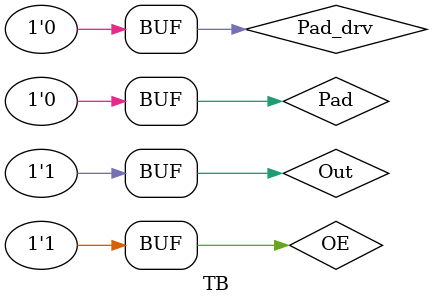
<source format=v>
`timescale 1ns/1ps
`define VCDDUMP

module TB();

reg     OE;
reg     Out;
reg     Pad_drv;

initial begin
    $display("Rx mode, drv low");
    OE = 0; 
    Pad_drv = 1'b0;
    Out = 1'b1;
    #10;

    $display("Rx mode, drv high");
    Pad_drv = 1'b1;
    Out = 1'b0;
    #10;

    $display("Tx mode, drv high");
    Pad_drv = 1'bz;
    OE = 1; 
    Out = 1'b1;
    #10;

    $display("Tx mode, drv low");
    Out = 1'b0;
    #10;

    $display("Tx mode, conflict1");
    Pad_drv = 1'b1;
    Out = 1'b0;
    #10;

    $display("Tx mode, conflict2");
    Pad_drv = 1'b0;
    Out = 1'b1;
    #10;
end

assign Pad = Pad_drv;

GPIO UGPIO(
/*AUTOINST*/
	   // Outputs
	   .In				(In),
	   // Inouts
	   .Pad				(Pad),
	   // Inputs
	   .Out				(Out),
	   .OE				(OE));

`ifdef VCDDUMP
initial begin
    $dumpfile("Test.vcd");  //
    $dumpvars(0,TB);       
end
`endif

endmodule

</source>
